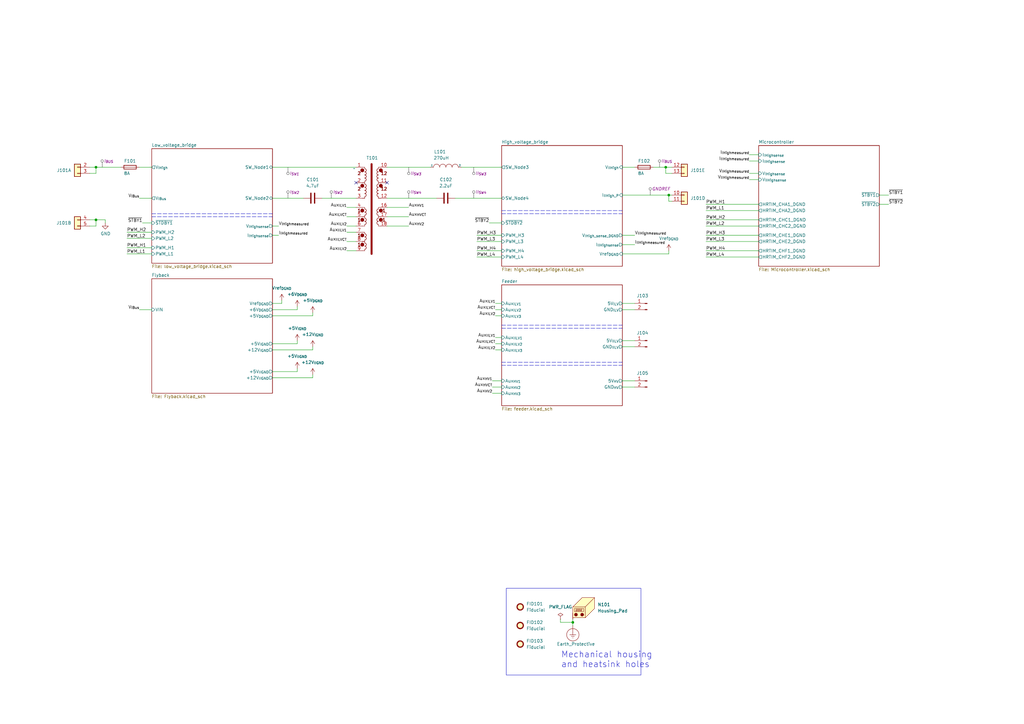
<source format=kicad_sch>
(kicad_sch (version 20231120) (generator "eeschema") (generator_version "8.0")
  (paper "A3")
  (title_block (title "Dual Active Bridge - 400W") (date "2024-02-06") (rev "A") (comment 1 "JAL") (comment 2 "JAL") (comment 3 "GARTHAUD") (comment 4 "PREL"))
  (lib_symbols
    (symbol "Connector:Conn_01x02_Male" (pin_names (offset 1.016) hide)
      (property "Reference" "J" (at 0 2.54 0))
      (property "Value" "Conn_01x02_Male" (at 0 -5.08 0))
      (symbol "Conn_01x02_Male_1_1"
        (polyline (pts (xy 1.27 -2.54) (xy 0.8636 -2.54)) (stroke (width 0.1524)))
        (polyline (pts (xy 1.27 0) (xy 0.8636 0)) (stroke (width 0.1524)))
        (rectangle (start 0.8636 -2.413) (end 0 -2.667) (stroke (width 0.1524)) (fill (type outline)))
        (rectangle (start 0.8636 0.127) (end 0 -0.127) (stroke (width 0.1524)) (fill (type outline)))
        (pin passive line (at 5.08 0 180) (length 3.81) (name "Pin_1") (number "1"))
        (pin passive line (at 5.08 -2.54 180) (length 3.81) (name "Pin_2") (number "2"))
      )
    )
    (symbol "Device:C" (pin_numbers hide) (pin_names (offset 0.254))
      (property "Reference" "C" (at 0.635 2.54 0))
      (property "Value" "C" (at 0.635 -2.54 0))
      (symbol "C_0_1"
        (polyline (pts (xy -2.032 -0.762) (xy 2.032 -0.762)) (stroke (width 0.508)))
        (polyline (pts (xy -2.032 0.762) (xy 2.032 0.762)) (stroke (width 0.508)))
      )
      (symbol "C_1_1"
        (pin passive line (at 0 3.81 270) (length 2.794) (name "~") (number "1"))
        (pin passive line (at 0 -3.81 90) (length 2.794) (name "~") (number "2"))
      )
    )
    (symbol "Device:Fuse" (pin_numbers hide) (pin_names (offset 0))
      (property "Reference" "F" (at 2.032 0 90))
      (property "Value" "Fuse" (at -1.905 0 90))
      (symbol "Fuse_0_1"
        (rectangle (start -0.762 -2.54) (end 0.762 2.54) (stroke (width 0.254)))
        (polyline (pts (xy 0 2.54) (xy 0 -2.54)))
      )
      (symbol "Fuse_1_1"
        (pin passive line (at 0 3.81 270) (length 1.27) (name "~") (number "1"))
        (pin passive line (at 0 -3.81 90) (length 1.27) (name "~") (number "2"))
      )
    )
    (symbol "Harting 15 contacts and WAGO_1" (pin_names (offset 1.016) hide)
      (property "Reference" "J101" (at 2.54 -1.27 0))
      (symbol "Harting 15 contacts and WAGO_1_1_1"
        (rectangle (start -1.27 -2.413) (end 0 -2.667) (stroke (width 0.1524)))
        (rectangle (start -1.27 0.127) (end 0 -0.127) (stroke (width 0.1524)))
        (rectangle (start -1.27 1.27) (end 1.27 -3.81) (stroke (width 0.254)) (fill (type background)))
        (pin passive line (at -5.08 0 0) (length 3.81) (name "Pin_1") (number "2"))
        (pin passive line (at -5.08 -2.54 0) (length 3.81) (name "Pin_2") (number "3"))
      )
      (symbol "Harting 15 contacts and WAGO_1_2_1"
        (rectangle (start -1.27 -2.413) (end 0 -2.667) (stroke (width 0.1524)))
        (rectangle (start -1.27 0.127) (end 0 -0.127) (stroke (width 0.1524)))
        (rectangle (start -1.27 1.27) (end 1.27 -3.81) (stroke (width 0.254)) (fill (type background)))
        (pin passive line (at -5.08 0 0) (length 3.81) (name "Pin_1") (number "4"))
        (pin passive line (at -5.08 -2.54 0) (length 3.81) (name "Pin_2") (number "5"))
      )
      (symbol "Harting 15 contacts and WAGO_1_3_1"
        (rectangle (start -1.27 -7.493) (end 0 -7.747) (stroke (width 0.1524)))
        (rectangle (start -1.27 -4.953) (end 0 -5.207) (stroke (width 0.1524)))
        (rectangle (start -1.27 -2.413) (end 0 -2.667) (stroke (width 0.1524)))
        (rectangle (start -1.27 0.127) (end 0 -0.127) (stroke (width 0.1524)))
        (rectangle (start -1.27 1.27) (end 1.27 -8.89) (stroke (width 0.254)) (fill (type background)))
        (pin passive line (at -5.08 -7.62 0) (length 3.81) (name "Pin_4") (number "14"))
        (pin passive line (at -5.08 0 0) (length 3.81) (name "Pin_1") (number "6"))
        (pin passive line (at -5.08 -2.54 0) (length 3.81) (name "Pin_2") (number "7"))
        (pin passive line (at -5.08 -5.08 0) (length 3.81) (name "Pin_3") (number "8"))
      )
      (symbol "Harting 15 contacts and WAGO_1_4_1"
        (rectangle (start -1.27 -2.413) (end 0 -2.667) (stroke (width 0.1524)))
        (rectangle (start -1.27 0.127) (end 0 -0.127) (stroke (width 0.1524)))
        (rectangle (start -1.27 1.27) (end 1.27 -3.81) (stroke (width 0.254)) (fill (type background)))
        (pin passive line (at -5.08 0 0) (length 3.81) (name "Pin_1") (number "10"))
        (pin passive line (at -5.08 -2.54 0) (length 3.81) (name "Pin_2") (number "11"))
      )
      (symbol "Harting 15 contacts and WAGO_1_5_1"
        (rectangle (start -1.27 -2.413) (end 0 -2.667) (stroke (width 0.1524)))
        (rectangle (start -1.27 0.127) (end 0 -0.127) (stroke (width 0.1524)))
        (rectangle (start -1.27 1.27) (end 1.27 -3.81) (stroke (width 0.254)) (fill (type background)))
        (pin passive line (at -5.08 0 0) (length 3.81) (name "Pin_1") (number "12"))
        (pin passive line (at -5.08 -2.54 0) (length 3.81) (name "Pin_2") (number "13"))
      )
      (symbol "Harting 15 contacts and WAGO_1_6_1"
        (rectangle (start -1.27 0.127) (end 0 -0.127) (stroke (width 0.1524)))
        (rectangle (start -1.27 1.27) (end 1.27 -1.27) (stroke (width 0.254)) (fill (type background)))
        (pin passive line (at -5.08 0 0) (length 3.81) (name "Pin_1") (number "1"))
      )
      (symbol "Harting 15 contacts and WAGO_1_7_1"
        (rectangle (start -1.27 0.127) (end 0 -0.127) (stroke (width 0.1524)))
        (rectangle (start -1.27 1.27) (end 1.27 -1.27) (stroke (width 0.254)) (fill (type background)))
        (pin passive line (at -5.08 0 0) (length 3.81) (name "Pin_1") (number "9"))
      )
      (symbol "Harting 15 contacts and WAGO_1_8_1"
        (rectangle (start -1.27 0.127) (end 0 -0.127) (stroke (width 0.1524)))
        (rectangle (start -1.27 1.27) (end 1.27 -1.27) (stroke (width 0.254)) (fill (type background)))
        (pin passive line (at -5.08 0 0) (length 3.81) (name "Pin_1") (number "15"))
      )
    )
    (symbol "Mechanical:Fiducial"
      (property "Reference" "FID" (at 0 5.08 0))
      (property "Value" "Fiducial" (at 0 3.175 0))
      (symbol "Fiducial_0_1"
        (circle (center 0 0) (radius 1.27) (stroke (width 0.508)) (fill (type background)))
      )
    )
    (symbol "Mechanical:Housing_Pad" (pin_numbers hide) (pin_names (offset 1.016) hide)
      (property "Reference" "N" (at 4.445 0 0))
      (property "Value" "Housing_Pad" (at 4.445 -1.905 0))
      (symbol "Housing_Pad_0_1"
        (rectangle (start -4.445 -0.635) (end -0.635 -1.905))
        (circle (center -3.81 -3.175) (radius 0.635) (fill (type outline)))
        (circle (center -1.27 -3.175) (radius 0.635) (fill (type outline)))
        (polyline (pts (xy -3.8862 -1.5748) (xy -3.8354 -1.3716)))
        (polyline (pts (xy -3.7846 -1.6764) (xy -3.429 -1.6764)))
        (polyline (pts (xy -3.7846 -1.2192) (xy -3.7338 -0.9652)))
        (polyline (pts (xy -3.683 -1.3208) (xy -3.3782 -1.3208)))
        (polyline (pts (xy -3.5814 -0.9144) (xy -3.2766 -0.9144)))
        (polyline (pts (xy -3.2766 -1.6256) (xy -3.2258 -1.3716)))
        (polyline (pts (xy -3.175 -1.2192) (xy -3.1242 -0.9652)))
        (polyline (pts (xy -2.9718 -1.5748) (xy -2.921 -1.3716)))
        (polyline (pts (xy -2.8702 -1.6764) (xy -2.5146 -1.6764)))
        (polyline (pts (xy -2.8702 -1.2192) (xy -2.8194 -0.9652)))
        (polyline (pts (xy -2.7686 -1.3208) (xy -2.4638 -1.3208)))
        (polyline (pts (xy -2.667 -0.9144) (xy -2.3622 -0.9144)))
        (polyline (pts (xy -2.3622 -1.6256) (xy -2.3114 -1.3716)))
        (polyline (pts (xy -2.2606 -1.2192) (xy -2.2098 -0.9652)))
        (polyline (pts (xy -2.0574 -1.5748) (xy -2.0066 -1.3716)))
        (polyline (pts (xy -1.9558 -1.6764) (xy -1.6002 -1.6764)))
        (polyline (pts (xy -1.9558 -1.2192) (xy -1.905 -0.9652)))
        (polyline (pts (xy -1.8542 -1.3208) (xy -1.5494 -1.3208)))
        (polyline (pts (xy -1.7526 -0.9144) (xy -1.4478 -0.9144)))
        (polyline (pts (xy -1.4478 -1.6256) (xy -1.397 -1.3716)))
        (polyline (pts (xy -1.3462 -1.2192) (xy -1.2954 -0.9652)))
        (polyline (pts (xy 0 0) (xy 0 -4.445)))
        (polyline (pts (xy -5.08 0) (xy 0 0) (xy 3.81 3.81)))
        (polyline (pts (xy -5.08 0) (xy -5.08 -4.445) (xy 0 -4.445) (xy 3.81 -0.635) (xy 3.81 3.81) (xy -1.27 3.81) (xy -5.08 0)) (fill (type background)))
      )
      (symbol "Housing_Pad_1_1"
        (pin input line (at -5.08 -5.08 90) (length 2.54) (name "PAD") (number "1"))
      )
    )
    (symbol "Symbols:+12V_PGND" (power) (in_bom no) (on_board no)
      (property "Value" "+12V_PGND" (at -0.127 3.81 0))
      (symbol "+12V_PGND_0_1"
        (polyline (pts (xy -0.762 1.27) (xy 0 2.54)))
        (polyline (pts (xy 0 0) (xy 0 2.54)))
        (polyline (pts (xy 0 2.54) (xy 0.762 1.27)))
      )
      (symbol "+12V_PGND_1_1"
        (pin power_in line (at 0 0 90) (length 0) hide (name "+12V_PGND") (number "1"))
      )
    )
    (symbol "Symbols:E43PlanarTransformer"
      (property "Reference" "T" (at -0.762 -0.508 0))
      (symbol "E43PlanarTransformer_0_0"
        (text "2" (at 1.27 -2.54 0) (effects (font (size 1.27 1.27) (bold yes))))
      )
      (symbol "E43PlanarTransformer_0_1"
        (polyline (pts (xy 6.35 -35.56) (xy 6.35 1.27)) (stroke (width 0.7874)))
      )
      (symbol "E43PlanarTransformer_1_1"
        (polyline (pts (xy 3.5527 -33.655) (xy 3.5527 -34.29) (xy 2.5367 -34.29)))
        (polyline (pts (xy 3.5527 -31.115) (xy 3.5527 -30.48) (xy 2.5367 -30.48)))
        (polyline (pts (xy 3.5527 -29.845) (xy 3.5527 -30.48) (xy 2.5367 -30.48)))
        (polyline (pts (xy 3.5527 -27.305) (xy 3.5527 -26.67) (xy 2.5367 -26.67)))
        (polyline (pts (xy 3.5527 -23.495) (xy 3.5527 -24.13) (xy 2.5367 -24.13)))
        (polyline (pts (xy 3.5527 -20.955) (xy 3.5527 -20.32) (xy 2.5367 -20.32)))
        (polyline (pts (xy 3.5527 -19.685) (xy 3.5527 -20.32) (xy 2.5367 -20.32)))
        (polyline (pts (xy 3.5527 -17.145) (xy 3.5527 -16.51) (xy 2.5367 -16.51)))
        (polyline (pts (xy 3.5527 -6.985) (xy 3.5527 -6.35) (xy 2.5367 -6.35)))
        (polyline (pts (xy 9.144 -23.495) (xy 9.144 -24.13) (xy 10.16 -24.13)))
        (polyline (pts (xy 9.144 -20.955) (xy 9.144 -20.32) (xy 10.16 -20.32)))
        (polyline (pts (xy 9.144 -19.685) (xy 9.144 -20.32) (xy 10.16 -20.32)))
        (polyline (pts (xy 9.144 -17.145) (xy 9.144 -16.51) (xy 10.16 -16.51)))
        (polyline (pts (xy 9.144 -6.985) (xy 9.144 -6.35) (xy 10.16 -6.35)))
        (polyline (pts (xy 3.5527 -12.446) (xy 3.5527 -12.7) (xy 2.5367 -12.7) (xy 2.5367 -12.7)))
        (polyline (pts (xy 3.5527 -12.065) (xy 3.5527 -12.7) (xy 2.5367 -12.7) (xy 2.5367 -12.7)))
        (polyline (pts (xy 3.5527 -5.715) (xy 3.5527 -6.35) (xy 2.5367 -6.35) (xy 2.5367 -6.35)))
        (polyline (pts (xy 3.5527 -0.635) (xy 3.5527 0) (xy 2.5367 0) (xy 2.5367 0)))
        (polyline (pts (xy 9.144 -12.446) (xy 9.144 -12.7) (xy 10.16 -12.7) (xy 10.16 -12.7)))
        (polyline (pts (xy 9.144 -12.065) (xy 9.144 -12.7) (xy 10.16 -12.7) (xy 10.16 -12.7)))
        (polyline (pts (xy 9.144 -5.715) (xy 9.144 -6.35) (xy 10.16 -6.35) (xy 10.16 -6.35)))
        (polyline (pts (xy 9.144 -0.635) (xy 9.144 0) (xy 10.16 0) (xy 10.16 0)))
        (circle (center 2.54 -31.75) (radius 0.0001) (stroke (width 0.7874)))
        (circle (center 2.54 -27.94) (radius 0.0001) (stroke (width 0.7874)))
        (circle (center 2.54 -21.59) (radius 0.0001) (stroke (width 0.7874)))
        (circle (center 2.54 -17.78) (radius 0.0001) (stroke (width 0.7874)))
        (circle (center 2.54 -7.62) (radius 0.0001) (stroke (width 0.7874)))
        (circle (center 2.54 -1.27) (radius 0.0001) (stroke (width 0.7874)))
        (arc (start 3.5736 -33.6551) (mid 4.1776 -33.0217) (end 3.5769 -32.3851) (stroke (width 0.2032)))
        (arc (start 3.5736 -32.3851) (mid 4.1824 -31.7517) (end 3.5769 -31.1151) (stroke (width 0.2032)))
        (arc (start 3.5736 -29.8451) (mid 4.1776 -29.2117) (end 3.5769 -28.5751) (stroke (width 0.2032)))
        (arc (start 3.5736 -28.5751) (mid 4.1824 -27.9417) (end 3.5769 -27.3051) (stroke (width 0.2032)))
        (arc (start 3.5736 -23.4951) (mid 4.1776 -22.8617) (end 3.5769 -22.2251) (stroke (width 0.2032)))
        (arc (start 3.5736 -22.2251) (mid 4.1824 -21.5917) (end 3.5769 -20.9551) (stroke (width 0.2032)))
        (arc (start 3.5736 -19.6851) (mid 4.1776 -19.0517) (end 3.5769 -18.4151) (stroke (width 0.2032)))
        (arc (start 3.5736 -18.4151) (mid 4.1824 -17.7817) (end 3.5769 -17.1451) (stroke (width 0.2032)))
        (arc (start 3.5736 -12.0651) (mid 4.1453 -11.4317) (end 3.5769 -10.7951) (stroke (width 0.2032)))
        (arc (start 3.5736 -10.7951) (mid 4.1881 -10.1617) (end 3.5769 -9.5251) (stroke (width 0.2032)))
        (arc (start 3.5736 -9.5251) (mid 4.1776 -8.8917) (end 3.5769 -8.2551) (stroke (width 0.2032)))
        (arc (start 3.5736 -8.2551) (mid 4.1824 -7.6217) (end 3.5769 -6.9851) (stroke (width 0.2032)))
        (arc (start 3.5736 -5.7151) (mid 4.1453 -5.0817) (end 3.5769 -4.4451) (stroke (width 0.2032)))
        (arc (start 3.5736 -4.4451) (mid 4.1881 -3.8117) (end 3.5769 -3.1751) (stroke (width 0.2032)))
        (arc (start 3.5736 -3.1751) (mid 4.1776 -2.5417) (end 3.5769 -1.9051) (stroke (width 0.2032)))
        (arc (start 3.5736 -1.9051) (mid 4.1824 -1.2717) (end 3.5769 -0.6351) (stroke (width 0.2032)))
        (arc (start 9.1198 -22.2251) (mid 8.5191 -22.8617) (end 9.1231 -23.4951) (stroke (width 0.2032)))
        (arc (start 9.1198 -20.9551) (mid 8.5144 -21.5917) (end 9.1231 -22.2251) (stroke (width 0.2032)))
        (arc (start 9.1198 -18.4151) (mid 8.5191 -19.0517) (end 9.1231 -19.6851) (stroke (width 0.2032)))
        (arc (start 9.1198 -17.1451) (mid 8.5144 -17.7817) (end 9.1231 -18.4151) (stroke (width 0.2032)))
        (arc (start 9.1198 -10.7951) (mid 8.5512 -11.4317) (end 9.1231 -12.0651) (stroke (width 0.2032)))
        (arc (start 9.1198 -9.5251) (mid 8.5086 -10.1617) (end 9.1231 -10.7951) (stroke (width 0.2032)))
        (arc (start 9.1198 -8.2551) (mid 8.5191 -8.8917) (end 9.1231 -9.5251) (stroke (width 0.2032)))
        (arc (start 9.1198 -6.9851) (mid 8.5144 -7.6217) (end 9.1231 -8.2551) (stroke (width 0.2032)))
        (arc (start 9.1198 -4.4451) (mid 8.5506 -5.0816) (end 9.1231 -5.7151) (stroke (width 0.2032)))
        (arc (start 9.1198 -3.1751) (mid 8.5086 -3.8117) (end 9.1231 -4.4451) (stroke (width 0.2032)))
        (arc (start 9.1198 -1.9051) (mid 8.5194 -2.5417) (end 9.1231 -3.1751) (stroke (width 0.2032)))
        (arc (start 9.1198 -0.6351) (mid 8.5135 -1.2717) (end 9.1231 -1.9051) (stroke (width 0.2032)))
        (circle (center 10.1567 -21.59) (radius 0.0001) (stroke (width 0.7874)))
        (circle (center 10.1567 -17.78) (radius 0.0001) (stroke (width 0.7874)))
        (circle (center 10.1567 -7.62) (radius 0.0001) (stroke (width 0.7874)))
        (circle (center 10.1567 -1.27) (radius 0.0001) (stroke (width 0.7874)))
        (text "1" (at 1.27 -31.75 0) (effects (font (size 1.27 1.27) (bold yes))))
        (text "1" (at 1.27 -27.94 0) (effects (font (size 1.27 1.27) (bold yes))))
        (text "1" (at 1.27 -21.59 0) (effects (font (size 1.27 1.27) (bold yes))))
        (text "1" (at 1.27 -17.78 0) (effects (font (size 1.27 1.27) (bold yes))))
        (text "1" (at 11.43 -21.59 0) (effects (font (size 1.27 1.27) (bold yes))))
        (text "1" (at 11.43 -17.78 0) (effects (font (size 1.27 1.27) (bold yes))))
        (text "12" (at 11.43 -8.89 0) (effects (font (size 1.27 1.27) (bold yes))))
        (text "12" (at 11.43 -2.54 0) (effects (font (size 1.27 1.27) (bold yes))))
        (text "2" (at 1.27 -8.89 0) (effects (font (size 1.27 1.27) (bold yes))))
        (pin passive line (at 0 0 0) (length 2.54) (name "~") (number "1"))
        (pin passive line (at 12.7 0 180) (length 2.54) (name "~") (number "10"))
        (pin passive line (at 12.7 -6.35 180) (length 2.54) (name "~") (number "11"))
        (pin passive line (at 12.7 -12.7 180) (length 2.54) (name "~") (number "12"))
        (pin passive line (at 12.7 -16.51 180) (length 2.54) (name "~") (number "16"))
        (pin passive line (at 12.7 -20.32 180) (length 2.54) (name "~") (number "17"))
        (pin passive line (at 12.7 -24.13 180) (length 2.54) (name "~") (number "18"))
        (pin passive line (at 0 -6.35 0) (length 2.54) (name "~") (number "2"))
        (pin passive line (at 0 -12.7 0) (length 2.54) (name "~") (number "3"))
        (pin passive line (at 0 -16.51 0) (length 2.54) (name "~") (number "4"))
        (pin passive line (at 0 -20.32 0) (length 2.54) (name "~") (number "5"))
        (pin passive line (at 0 -24.13 0) (length 2.54) (name "~") (number "6"))
        (pin passive line (at 0 -26.67 0) (length 2.54) (name "~") (number "7"))
        (pin passive line (at 0 -30.48 0) (length 2.54) (name "~") (number "8"))
        (pin passive line (at 0 -34.29 0) (length 2.54) (name "~") (number "9"))
      )
    )
    (symbol "power:Earth_Protective" (power) (pin_names (offset 0))
      (symbol "Earth_Protective_0_1"
        (circle (center 0 -3.81) (radius 2.54))
        (polyline (pts (xy -0.635 -4.445) (xy 0.635 -4.445)))
        (polyline (pts (xy -0.127 -5.08) (xy 0.127 -5.08)))
        (polyline (pts (xy 0 -3.81) (xy 0 0)))
        (polyline (pts (xy 1.27 -3.81) (xy -1.27 -3.81)))
      )
      (symbol "Earth_Protective_1_1"
        (pin power_in line (at 0 0 270) (length 0) hide (name "Earth_Protective") (number "1"))
      )
    )
    (symbol "power:GND" (power) (pin_names (offset 0))
      (property "Value" "GND" (at 0 -3.81 0))
      (symbol "GND_0_1"
        (polyline (pts (xy 0 0) (xy 0 -1.27) (xy 1.27 -1.27) (xy 0 -2.54) (xy -1.27 -1.27) (xy 0 -1.27)))
      )
      (symbol "GND_1_1"
        (pin power_in line (at 0 0 270) (length 0) hide (name "GND") (number "1"))
      )
    )
    (symbol "power:PWR_FLAG" (power) (pin_numbers hide) (pin_names (offset 0) hide)
      (property "Value" "PWR_FLAG" (at 0 3.81 0))
      (symbol "PWR_FLAG_0_0"
        (pin power_out line (at 0 0 90) (length 0) (name "~") (number "1"))
      )
      (symbol "PWR_FLAG_0_1"
        (polyline (pts (xy 0 0) (xy 0 1.27) (xy -1.016 1.905) (xy 0 2.54) (xy 1.016 1.905) (xy 0 1.27)))
      )
    )
    (symbol "pspice:INDUCTOR" (pin_numbers hide) (pin_names (offset 0))
      (property "Reference" "L" (at 0 2.54 0))
      (property "Value" "pspice_INDUCTOR" (at 0 -1.27 0))
      (symbol "INDUCTOR_0_1"
        (arc (start -2.54 0) (mid -3.81 1.2645) (end -5.08 0))
        (arc (start 0 0) (mid -1.27 1.2645) (end -2.54 0))
        (arc (start 2.54 0) (mid 1.27 1.2645) (end 0 0))
        (arc (start 5.08 0) (mid 3.81 1.2645) (end 2.54 0))
      )
      (symbol "INDUCTOR_1_1"
        (pin input line (at -6.35 0 0) (length 1.27) (name "1") (number "1"))
        (pin input line (at 6.35 0 180) (length 1.27) (name "2") (number "2"))
      )
    )
  )
  (junction (at 39.37 90.17))
  (junction (at 39.37 68.58))
  (junction (at 274.32 80.01))
  (junction (at 273.05 68.58))
  (junction (at 234.95 255.27))
  (no_connect (at 146.05 74.93))
  (no_connect (at 158.75 74.93))
  (wire (pts (xy 195.58 99.06) (xy 205.74 99.06)))
  (wire (pts (xy 52.07 101.6) (xy 62.23 101.6)))
  (wire (pts (xy 267.97 68.58) (xy 273.05 68.58)) (stroke (width 0.1524)))
  (wire (pts (xy 255.27 68.58) (xy 260.35 68.58)) (stroke (width 0.1524)))
  (wire (pts (xy 186.69 81.28) (xy 205.74 81.28)) (stroke (width 0.1524)))
  (wire (pts (xy 43.18 90.17) (xy 39.37 90.17)) (stroke (width 0.1524)))
  (wire (pts (xy 111.76 92.71) (xy 114.3 92.71)))
  (polyline (pts (xy 205.74 133.35) (xy 255.27 133.35)) (stroke (width 0) (type dash)))
  (wire (pts (xy 52.07 95.25) (xy 62.23 95.25)))
  (wire (pts (xy 255.27 124.46) (xy 260.35 124.46)))
  (wire (pts (xy 203.2 129.54) (xy 205.74 129.54)))
  (wire (pts (xy 289.56 86.36) (xy 311.15 86.36)))
  (wire (pts (xy 43.18 91.44) (xy 43.18 90.17)) (stroke (width 0.1524)))
  (wire (pts (xy 229.87 254) (xy 229.87 255.27)))
  (wire (pts (xy 115.57 124.46) (xy 111.76 124.46)))
  (wire (pts (xy 234.95 256.54) (xy 234.95 255.27)))
  (wire (pts (xy 195.58 96.52) (xy 205.74 96.52)))
  (wire (pts (xy 142.24 102.87) (xy 146.05 102.87)))
  (wire (pts (xy 307.34 73.66) (xy 311.15 73.66)))
  (wire (pts (xy 289.56 99.06) (xy 311.15 99.06)))
  (wire (pts (xy 289.56 83.82) (xy 311.15 83.82)))
  (wire (pts (xy 128.27 143.51) (xy 111.76 143.51)))
  (wire (pts (xy 255.27 96.52) (xy 260.35 96.52)))
  (wire (pts (xy 255.27 80.01) (xy 274.32 80.01)) (stroke (width 0.1524)))
  (wire (pts (xy 128.27 129.54) (xy 111.76 129.54)))
  (wire (pts (xy 307.34 71.12) (xy 311.15 71.12)))
  (wire (pts (xy 158.75 68.58) (xy 176.53 68.58)) (stroke (width 0.1524)))
  (wire (pts (xy 275.59 82.55) (xy 274.32 82.55)) (stroke (width 0.1524)))
  (wire (pts (xy 255.27 104.14) (xy 274.32 104.14)))
  (wire (pts (xy 255.27 127) (xy 260.35 127)))
  (wire (pts (xy 201.93 158.75) (xy 205.74 158.75)))
  (wire (pts (xy 158.75 85.09) (xy 167.64 85.09)))
  (wire (pts (xy 200.66 91.44) (xy 205.74 91.44)))
  (wire (pts (xy 234.95 255.27) (xy 234.95 254)))
  (wire (pts (xy 158.75 92.71) (xy 167.64 92.71)))
  (wire (pts (xy 289.56 92.71) (xy 311.15 92.71)))
  (wire (pts (xy 360.68 83.82) (xy 364.49 83.82)))
  (wire (pts (xy 111.76 140.97) (xy 121.92 140.97)))
  (polyline (pts (xy 62.23 88.9) (xy 111.76 88.9)) (stroke (width 0) (type dash)))
  (wire (pts (xy 39.37 92.71) (xy 39.37 90.17)) (stroke (width 0.1524)))
  (wire (pts (xy 274.32 82.55) (xy 274.32 80.01)) (stroke (width 0.1524)))
  (wire (pts (xy 275.59 71.12) (xy 273.05 71.12)) (stroke (width 0.1524)))
  (wire (pts (xy 121.92 139.7) (xy 121.92 140.97)))
  (wire (pts (xy 57.15 68.58) (xy 62.23 68.58)) (stroke (width 0.1524)))
  (wire (pts (xy 128.27 153.67) (xy 128.27 154.94)))
  (polyline (pts (xy 205.74 148.59) (xy 255.27 148.59)) (stroke (width 0) (type dash)))
  (wire (pts (xy 57.15 127) (xy 62.23 127)))
  (wire (pts (xy 39.37 68.58) (xy 49.53 68.58)) (stroke (width 0.1524)))
  (polyline (pts (xy 205.74 87.63) (xy 255.27 87.63)) (stroke (width 0) (type dash)))
  (wire (pts (xy 142.24 99.06) (xy 146.05 99.06)))
  (wire (pts (xy 132.08 81.28) (xy 146.05 81.28)) (stroke (width 0.1524)))
  (wire (pts (xy 255.27 142.24) (xy 260.35 142.24)))
  (wire (pts (xy 195.58 102.87) (xy 205.74 102.87)))
  (wire (pts (xy 203.2 127) (xy 205.74 127)))
  (wire (pts (xy 307.34 63.5) (xy 311.15 63.5)))
  (wire (pts (xy 39.37 90.17) (xy 36.83 90.17)) (stroke (width 0.1524)))
  (wire (pts (xy 189.23 68.58) (xy 205.74 68.58)) (stroke (width 0.1524)))
  (wire (pts (xy 203.2 124.46) (xy 205.74 124.46)))
  (wire (pts (xy 52.07 97.79) (xy 62.23 97.79)))
  (wire (pts (xy 111.76 96.52) (xy 114.3 96.52)))
  (wire (pts (xy 360.68 80.01) (xy 364.49 80.01)))
  (wire (pts (xy 255.27 158.75) (xy 260.35 158.75)))
  (wire (pts (xy 255.27 139.7) (xy 260.35 139.7)))
  (wire (pts (xy 289.56 105.41) (xy 311.15 105.41)))
  (wire (pts (xy 289.56 90.17) (xy 311.15 90.17)))
  (wire (pts (xy 203.2 138.43) (xy 205.74 138.43)))
  (wire (pts (xy 255.27 100.33) (xy 260.35 100.33)))
  (wire (pts (xy 273.05 68.58) (xy 275.59 68.58)) (stroke (width 0.1524)))
  (wire (pts (xy 203.2 143.51) (xy 205.74 143.51)))
  (wire (pts (xy 274.32 102.87) (xy 274.32 104.14)))
  (wire (pts (xy 273.05 71.12) (xy 273.05 68.58)) (stroke (width 0.1524)))
  (wire (pts (xy 307.34 66.04) (xy 311.15 66.04)))
  (wire (pts (xy 121.92 151.13) (xy 121.92 152.4)))
  (wire (pts (xy 255.27 156.21) (xy 260.35 156.21)))
  (wire (pts (xy 111.76 152.4) (xy 121.92 152.4)))
  (wire (pts (xy 201.93 156.21) (xy 205.74 156.21)))
  (wire (pts (xy 57.15 81.28) (xy 62.23 81.28)))
  (wire (pts (xy 36.83 71.12) (xy 39.37 71.12)) (stroke (width 0.1524)))
  (wire (pts (xy 229.87 255.27) (xy 234.95 255.27)))
  (wire (pts (xy 201.93 161.29) (xy 205.74 161.29)))
  (wire (pts (xy 289.56 96.52) (xy 311.15 96.52)))
  (polyline (pts (xy 205.74 86.36) (xy 255.27 86.36)) (stroke (width 0) (type dash)))
  (polyline (pts (xy 62.23 87.63) (xy 111.76 87.63)) (stroke (width 0) (type dash)))
  (wire (pts (xy 274.32 80.01) (xy 275.59 80.01)) (stroke (width 0.1524)))
  (wire (pts (xy 58.42 91.44) (xy 62.23 91.44)))
  (wire (pts (xy 128.27 154.94) (xy 111.76 154.94)))
  (wire (pts (xy 203.2 140.97) (xy 205.74 140.97)))
  (wire (pts (xy 121.92 125.73) (xy 121.92 127)))
  (polyline (pts (xy 205.74 149.86) (xy 255.27 149.86)) (stroke (width 0) (type dash)))
  (wire (pts (xy 142.24 88.9) (xy 146.05 88.9)))
  (wire (pts (xy 39.37 68.58) (xy 39.37 71.12)) (stroke (width 0.1524)))
  (wire (pts (xy 111.76 68.58) (xy 146.05 68.58)) (stroke (width 0.1524)))
  (wire (pts (xy 142.24 95.25) (xy 146.05 95.25)))
  (wire (pts (xy 52.07 104.14) (xy 62.23 104.14)))
  (wire (pts (xy 142.24 85.09) (xy 146.05 85.09)))
  (wire (pts (xy 111.76 81.28) (xy 124.46 81.28)) (stroke (width 0.1524)))
  (wire (pts (xy 128.27 142.24) (xy 128.27 143.51)))
  (wire (pts (xy 158.75 88.9) (xy 167.64 88.9)))
  (wire (pts (xy 121.92 127) (xy 111.76 127)))
  (wire (pts (xy 36.83 92.71) (xy 39.37 92.71)) (stroke (width 0.1524)))
  (wire (pts (xy 36.83 68.58) (xy 39.37 68.58)) (stroke (width 0.1524)))
  (wire (pts (xy 128.27 128.27) (xy 128.27 129.54)))
  (polyline (pts (xy 205.74 134.62) (xy 255.27 134.62)) (stroke (width 0) (type dash)))
  (wire (pts (xy 195.58 105.41) (xy 205.74 105.41)))
  (wire (pts (xy 142.24 92.71) (xy 146.05 92.71)))
  (wire (pts (xy 115.57 123.19) (xy 115.57 124.46)))
  (wire (pts (xy 289.56 102.87) (xy 311.15 102.87)))
  (wire (pts (xy 158.75 81.28) (xy 179.07 81.28)) (stroke (width 0.1524)))
  (rectangle (start 207.645 241.3) (end 262.89 276.86))
  (text "Mechanical housing \nand heatsink holes" (at 230.124 274.066 0) (effects (font (size 2.5 2.5)) (justify left bottom)))
  (label "I_{IHighmeasured}" (at 307.34 63.5 180))
  (label "PWM_L3" (at 289.56 99.06 0))
  (label "Aux_{HV2}" (at 201.93 161.29 180))
  (label "I_{IIHighmeasured}" (at 307.34 66.04 180))
  (label "~{STBY1}" (at 58.42 91.44 180))
  (label "PWM_L4" (at 195.58 105.41 0))
  (label "PWM_H1" (at 289.56 83.82 0))
  (label "PWM_L3" (at 195.58 99.06 0))
  (label "I_{IHighmeasured}" (at 114.3 96.52 0))
  (label "PWM_H4" (at 195.58 102.87 0))
  (label "Aux_{ILV1}" (at 203.2 124.46 180))
  (label "Aux_{IILV2}" (at 142.24 102.87 180))
  (label "V_{IIHighmeasured}" (at 260.35 96.52 0))
  (label "V_{IHighmeasured}" (at 307.34 71.12 180))
  (label "Aux_{IILV2}" (at 203.2 143.51 180))
  (label "PWM_H3" (at 195.58 96.52 0))
  (label "Aux_{IILV1}" (at 142.24 95.25 180))
  (label "PWM_H2" (at 52.07 95.25 0))
  (label "Aux_{ILVCT}" (at 203.2 127 180))
  (label "~{STBY1}" (at 364.49 80.01 0))
  (label "Aux_{ILV2}" (at 203.2 129.54 180))
  (label "Aux_{HVCT}" (at 201.93 158.75 180))
  (label "Aux_{HVCT}" (at 167.64 88.9 0))
  (label "PWM_L4" (at 289.56 105.41 0))
  (label "~{STBY2}" (at 200.66 91.44 180))
  (label "PWM_H2" (at 289.56 90.17 0))
  (label "PWM_H4" (at 289.56 102.87 0))
  (label "PWM_L2" (at 289.56 92.71 0))
  (label "PWM_H1" (at 52.07 101.6 0))
  (label "V_{IHighmeasured}" (at 114.3 92.71 0))
  (label "~{STBY2}" (at 364.49 83.82 0))
  (label "Aux_{IILVCT}" (at 203.2 140.97 180))
  (label "PWM_L2" (at 52.07 97.79 0))
  (label "Aux_{HV1}" (at 167.64 85.09 0))
  (label "Aux_{HV1}" (at 201.93 156.21 180))
  (label "Aux_{HV2}" (at 167.64 92.71 0))
  (label "PWM_L1" (at 52.07 104.14 0))
  (label "Aux_{ILV2}" (at 142.24 92.71 180))
  (label "Aux_{IILV1}" (at 203.2 138.43 180))
  (label "V_{IBus}" (at 57.15 127 180))
  (label "PWM_H3" (at 289.56 96.52 0))
  (label "Aux_{ILVCT}" (at 142.24 88.9 180))
  (label "V_{IIHighmeasured}" (at 307.34 73.66 180))
  (label "PWM_L1" (at 289.56 86.36 0))
  (label "Aux_{ILV1}" (at 142.24 85.09 180))
  (label "V_{IBus}" (at 57.15 81.28 180))
  (label "I_{IIHighmeasured}" (at 260.35 100.33 0))
  (label "Aux_{IILVCT}" (at 142.24 99.06 180))
  (netclass_flag "" (length 2.54) (shape round) (at 266.7 80.01 0) (property "Netclass" "GNDREF" (at 267.3985 77.47 0) (effects (font (italic yes)) (justify left))))
  (netclass_flag "" (length 2.54) (shape round) (at 167.64 81.28 0) (property "Netclass" "II_{SW4}" (at 168.3385 78.74 0) (effects (font (italic yes)) (justify left))))
  (netclass_flag "" (length 2.54) (shape round) (at 118.11 68.58 180) (property "Netclass" "I_{SW1}" (at 118.8085 71.12 0) (effects (font (italic yes)) (justify left))))
  (netclass_flag "" (length 2.54) (shape round) (at 270.51 68.58 0) (property "Netclass" "II_{BUS}" (at 271.2085 66.04 0) (effects (font (italic yes)) (justify left))))
  (netclass_flag "" (length 2.54) (shape round) (at 194.31 68.58 180) (property "Netclass" "II_{SW3}" (at 195.0085 71.12 0) (effects (font (italic yes)) (justify left))))
  (netclass_flag "" (length 2.54) (shape round) (at 41.91 68.58 0) (property "Netclass" "I_{BUS}" (at 42.6085 66.04 0) (effects (font (italic yes)) (justify left))))
  (netclass_flag "" (length 2.54) (shape round) (at 167.64 68.58 180) (property "Netclass" "II_{SW3}" (at 168.3385 71.12 0) (effects (font (italic yes)) (justify left))))
  (netclass_flag "" (length 2.54) (shape round) (at 194.31 81.28 0) (property "Netclass" "II_{SW4}" (at 195.0085 78.74 0) (effects (font (italic yes)) (justify left))))
  (netclass_flag "" (length 2.54) (shape round) (at 135.89 81.28 0) (property "Netclass" "I_{SW2}" (at 136.5885 78.74 0) (effects (font (italic yes)) (justify left))))
  (netclass_flag "" (length 2.54) (shape round) (at 118.11 81.28 0) (property "Netclass" "I_{SW2}" (at 118.8085 78.74 0) (effects (font (italic yes)) (justify left))))
  (symbol (lib_id "Connector:Conn_01x02_Male") (at 265.43 156.21 0) (mirror y) (unit 1)
    (property "Reference" "J105" (at 263.525 153.035 0))
    (property "Value" "B2B-EH-A(LF)(SN)" (effects (hide yes)))
    (property "Footprint" "Connector_JST:JST_EH_B2B-EH-A_1x02_P2.50mm_Vertical" (effects (hide yes)))
    (property "manf#" "B2B-EH-A(LF)(SN)" (effects (hide yes)))
    (property "Functional Block" "Feeder" (effects (hide yes)))
    (property "Subfunction" "External supply" (effects (hide yes)))
  )
  (symbol (lib_id "Symbols:+12V_PGND") (at 274.32 102.87 0) (unit 1) (in_bom no) (on_board no)
    (property "Reference" "#PWR0116" (effects (hide yes)))
    (property "Value" "Vref_{DGND}" (at 274.32 97.79 0))
  )
  (symbol (lib_id "Connector:Conn_01x02_Male") (at 265.43 124.46 0) (mirror y) (unit 1)
    (property "Reference" "J103" (at 263.525 121.285 0))
    (property "Value" "B2B-EH-A(LF)(SN)" (effects (hide yes)))
    (property "Footprint" "Connector_JST:JST_EH_B2B-EH-A_1x02_P2.50mm_Vertical" (effects (hide yes)))
    (property "manf#" "B2B-EH-A(LF)(SN)" (effects (hide yes)))
    (property "Functional Block" "Feeder" (effects (hide yes)))
    (property "Subfunction" "External supply" (effects (hide yes)))
  )
  (symbol (lib_id "Symbols:+12V_PGND") (at 121.92 125.73 0) (unit 1) (in_bom no) (on_board no)
    (property "Reference" "#PWR0113" (effects (hide yes)))
    (property "Value" "+6V_{DGND}" (at 121.92 120.65 0))
  )
  (symbol (lib_id "Connector:Conn_01x02_Male") (at 265.43 139.7 0) (mirror y) (unit 1)
    (property "Reference" "J104" (at 263.525 136.525 0))
    (property "Value" "B2B-EH-A(LF)(SN)" (effects (hide yes)))
    (property "Footprint" "Connector_JST:JST_EH_B2B-EH-A_1x02_P2.50mm_Vertical" (effects (hide yes)))
    (property "manf#" "B2B-EH-A(LF)(SN)" (effects (hide yes)))
    (property "Functional Block" "Feeder" (effects (hide yes)))
    (property "Subfunction" "External supply" (effects (hide yes)))
  )
  (symbol (lib_name "Harting 15 contacts and WAGO_1") (lib_id "Symbols:Harting 15 contacts and WAGO") (at 280.67 80.01 0) (unit 4)
    (property "Reference" "J101" (at 283.21 81.28 0) (effects (justify left)))
    (property "Value" "Harting - 15contacts and Wago" (effects (hide yes)))
    (property "Footprint" "Footprints:Harting - 15contacts and Wago" (effects (hide yes)))
    (property "Functional Block" "Power" (effects (hide yes)))
    (property "Subfunction" "Power Connector" (effects (hide yes)))
  )
  (symbol (lib_name "Harting 15 contacts and WAGO_1") (lib_id "Symbols:Harting 15 contacts and WAGO") (at 31.75 68.58 0) (mirror y) (unit 1)
    (property "Reference" "J101" (at 29.21 69.85 0) (effects (justify left)))
    (property "Value" "Harting - 15contacts and Wago" (effects (hide yes)))
    (property "Footprint" "Footprints:Harting - 15contacts and Wago" (effects (hide yes)))
    (property "Functional Block" "Power" (effects (hide yes)))
    (property "Subfunction" "Power Connector" (effects (hide yes)))
  )
  (symbol (lib_id "power:GND") (at 43.18 91.44 0) (unit 1)
    (property "Reference" "#PWR0101" (effects (hide yes)))
    (property "Value" "GND" (at 43.307 95.8342 0))
  )
  (symbol (lib_id "Mechanical:Fiducial") (at 213.36 256.54 0) (unit 1)
    (property "Reference" "FID102" (at 215.9 255.27 0) (effects (justify left)))
    (property "Value" "Fiducial" (at 215.9 257.81 0) (effects (justify left)))
    (property "Footprint" "Fiducial:Fiducial_1mm_Mask2mm" (effects (hide yes)))
    (property "Description" "Fiducial Marker" (effects (hide yes)))
  )
  (symbol (lib_id "power:PWR_FLAG") (at 229.87 254 0) (unit 1)
    (property "Reference" "#FLG0101" (effects (hide yes)))
    (property "Value" "PWR_FLAG" (at 229.87 248.92 0))
    (property "Description" "Special symbol for telling ERC where power comes from" (effects (hide yes)))
  )
  (symbol (lib_id "Symbols:E43PlanarTransformer") (at 146.05 68.58 0) (unit 1)
    (property "Reference" "T101" (at 152.6472 64.77 0))
    (property "Value" "~" (at 145.288 69.088 0))
    (property "Footprint" "Footprints:PlanarCoreE43" (effects (hide yes)))
  )
  (symbol (lib_id "Mechanical:Fiducial") (at 213.36 248.92 0) (unit 1)
    (property "Reference" "FID101" (at 215.9 247.65 0) (effects (justify left)))
    (property "Value" "Fiducial" (at 215.9 250.19 0) (effects (justify left)))
    (property "Footprint" "Fiducial:Fiducial_1mm_Mask2mm" (effects (hide yes)))
    (property "Description" "Fiducial Marker" (effects (hide yes)))
  )
  (symbol (lib_id "Device:Fuse") (at 53.34 68.58 270) (unit 1)
    (property "Reference" "F101" (at 53.34 66.04 90))
    (property "Value" "8A" (at 52.07 71.12 90))
    (property "Footprint" "Footprints:Fuse_holder_omni_blok" (effects (hide yes)))
    (property "Datasheet" "${KIPRJMOD}\\datasheet\\media-3321028.pdf" (effects (hide yes)))
    (property "manf#" "0154008.DR" (effects (hide yes)))
    (property "Functional Block" "Power" (effects (hide yes)))
    (property "Subfunction" "Fuse" (effects (hide yes)))
  )
  (symbol (lib_name "Harting 15 contacts and WAGO_1") (lib_id "Symbols:Harting 15 contacts and WAGO") (at 31.75 90.17 0) (mirror y) (unit 2)
    (property "Reference" "J101" (at 29.21 91.44 0) (effects (justify left)))
    (property "Value" "Harting - 15contacts and Wago" (effects (hide yes)))
    (property "Footprint" "Footprints:Harting - 15contacts and Wago" (effects (hide yes)))
    (property "Functional Block" "Power" (effects (hide yes)))
    (property "Subfunction" "Power Connector" (effects (hide yes)))
  )
  (symbol (lib_id "Mechanical:Fiducial") (at 213.36 264.16 0) (unit 1)
    (property "Reference" "FID103" (at 215.9 262.89 0) (effects (justify left)))
    (property "Value" "Fiducial" (at 215.9 265.43 0) (effects (justify left)))
    (property "Footprint" "Fiducial:Fiducial_1mm_Mask2mm" (effects (hide yes)))
    (property "Description" "Fiducial Marker" (effects (hide yes)))
  )
  (symbol (lib_id "Mechanical:Housing_Pad") (at 240.03 248.92 0) (unit 1)
    (property "Reference" "N101" (at 245.11 247.9674 0) (effects (justify left)))
    (property "Value" "Housing_Pad" (at 245.11 250.5074 0) (effects (justify left)))
    (property "Footprint" "Footprints:Guard_ring" (effects (hide yes)))
    (property "DNP" "x" (effects (hide yes)))
  )
  (symbol (lib_name "Harting 15 contacts and WAGO_1") (lib_id "Symbols:Harting 15 contacts and WAGO") (at 280.67 68.58 0) (unit 5)
    (property "Reference" "J101" (at 283.21 69.85 0) (effects (justify left)))
    (property "Value" "Harting - 15contacts and Wago" (effects (hide yes)))
    (property "Footprint" "Footprints:Harting - 15contacts and Wago" (effects (hide yes)))
    (property "Functional Block" "Power" (effects (hide yes)))
    (property "Subfunction" "Power Connector" (effects (hide yes)))
  )
  (symbol (lib_id "Symbols:+12V_PGND") (at 128.27 128.27 0) (unit 1) (in_bom no) (on_board no)
    (property "Reference" "#PWR0110" (effects (hide yes)))
    (property "Value" "+5V_{DGND}" (at 128.27 123.19 0))
  )
  (symbol (lib_id "pspice:INDUCTOR") (at 182.88 68.58 0) (unit 1)
    (property "Reference" "L101" (at 182.88 62.23 0) (effects (justify right)))
    (property "Value" "270uH" (at 184.15 64.77 0) (effects (justify right)))
    (property "Footprint" "Footprints:L_Wuerth_WE-PD-Typ-LS" (effects (hide yes)))
    (property "Datasheet" "${KIPRJMOD}\\datasheets\\7447709271.pdf" (effects (hide yes)))
  )
  (symbol (lib_id "Symbols:+12V_PGND") (at 121.92 151.13 0) (unit 1) (in_bom no) (on_board no)
    (property "Reference" "#PWR0132" (effects (hide yes)))
    (property "Value" "+5V_{IIGND}" (at 121.92 146.05 0))
  )
  (symbol (lib_id "Device:Fuse") (at 264.16 68.58 270) (unit 1)
    (property "Reference" "F102" (at 264.16 66.04 90))
    (property "Value" "8A" (at 262.89 71.12 90))
    (property "Footprint" "Footprints:Fuse_holder_omni_blok" (effects (hide yes)))
    (property "Datasheet" "${KIPRJMOD}\\datasheet\\media-3321028.pdf" (effects (hide yes)))
    (property "manf#" "0154008.DR" (effects (hide yes)))
    (property "Functional Block" "Power" (effects (hide yes)))
    (property "Subfunction" "Fuse" (effects (hide yes)))
  )
  (symbol (lib_id "power:Earth_Protective") (at 234.95 256.54 0) (unit 1)
    (property "Reference" "#PWR0103" (effects (hide yes)))
    (property "Value" "Earth_Protective" (at 236.22 264.16 0))
  )
  (symbol (lib_id "Device:C") (at 128.27 81.28 90) (unit 1)
    (property "Reference" "C101" (at 128.27 73.66 90))
    (property "Value" "4.7uF" (at 128.27 76.2 90))
    (property "Footprint" "Capacitor_SMD:C_1210_3225Metric" (effects (hide yes)))
    (property "Description" "Unpolarized capacitor" (effects (hide yes)))
  )
  (symbol (lib_id "Symbols:+12V_PGND") (at 128.27 153.67 0) (unit 1) (in_bom no) (on_board no)
    (property "Reference" "#PWR0133" (effects (hide yes)))
    (property "Value" "+12V_{IIGND}" (at 128.27 148.59 0))
  )
  (symbol (lib_id "Symbols:+12V_PGND") (at 121.92 139.7 0) (unit 1) (in_bom no) (on_board no)
    (property "Reference" "#PWR0131" (effects (hide yes)))
    (property "Value" "+5V_{IGND}" (at 121.92 134.62 0))
  )
  (symbol (lib_id "Symbols:+12V_PGND") (at 128.27 142.24 0) (unit 1) (in_bom no) (on_board no)
    (property "Reference" "#PWR0104" (effects (hide yes)))
    (property "Value" "+12V_{IGND}" (at 128.27 137.16 0))
  )
  (symbol (lib_id "Symbols:+12V_PGND") (at 115.57 123.19 0) (unit 1) (in_bom no) (on_board no)
    (property "Reference" "#PWR0114" (effects (hide yes)))
    (property "Value" "Vref_{DGND}" (at 115.57 118.11 0))
  )
  (symbol (lib_id "Device:C") (at 182.88 81.28 90) (unit 1)
    (property "Reference" "C102" (at 182.88 73.66 90))
    (property "Value" "2.2uF" (at 182.88 76.2 90))
    (property "Footprint" "Capacitor_SMD:C_1210_3225Metric" (effects (hide yes)))
    (property "Description" "Unpolarized capacitor" (effects (hide yes)))
  )
  (sheet (at 205.74 116.84) (size 49.53 49.53) (stroke (width 0.1524))
    (property "Sheetname" "Feeder" (at 205.74 116.1284 0) (effects (justify left bottom)))
    (property "Sheetfile" "feeder.kicad_sch" (at 205.74 166.9546 0) (effects (justify left top)))
    (pin "Aux_{IILV1}" input (at 205.74 138.43 180))
    (pin "Aux_{ILV3}" input (at 205.74 129.54 180))
    (pin "Aux_{IILV3}" input (at 205.74 143.51 180))
    (pin "Aux_{ILV2}" input (at 205.74 127 180))
    (pin "Aux_{IILV2}" input (at 205.74 140.97 180))
    (pin "Aux_{HV1}" input (at 205.74 156.21 180))
    (pin "Aux_{ILV1}" input (at 205.74 124.46 180))
    (pin "Aux_{HV2}" input (at 205.74 158.75 180))
    (pin "Aux_{HV3}" input (at 205.74 161.29 180))
    (pin "5V_{HV}" output (at 255.27 156.21 0))
    (pin "GND_{HV}" output (at 255.27 158.75 0))
    (pin "5V_{ILV}" output (at 255.27 124.46 0))
    (pin "GND_{ILV}" output (at 255.27 127 0))
    (pin "GND_{IILV}" output (at 255.27 142.24 0))
    (pin "5V_{IILV}" output (at 255.27 139.7 0))
  )
  (sheet (at 311.15 59.69) (size 49.53 49.53) (stroke (width 0.1524))
    (property "Sheetname" "Microcontroller" (at 311.15 58.9784 0) (effects (justify left bottom)))
    (property "Sheetfile" "Microcontroller.kicad_sch" (at 311.15 109.8046 0) (effects (justify left top)))
    (pin "HRTIM_CHA2_DGND" output (at 311.15 86.36 180))
    (pin "HRTIM_CHA1_DGND" output (at 311.15 83.82 180))
    (pin "HRTIM_CHC1_DGND" output (at 311.15 90.17 180))
    (pin "HRTIM_CHC2_DGND" output (at 311.15 92.71 180))
    (pin "V_{IIHighsense}" input (at 311.15 73.66 180))
    (pin "V_{IHighsense}" input (at 311.15 71.12 180))
    (pin "I_{IHighsense}" input (at 311.15 63.5 180))
    (pin "I_{IIHighsense}" input (at 311.15 66.04 180))
    (pin "~{STBY1}" output (at 360.68 80.01 0))
    (pin "~{STBY2}" output (at 360.68 83.82 0))
    (pin "HRTIM_CHE1_DGND" output (at 311.15 96.52 180))
    (pin "HRTIM_CHE2_DGND" output (at 311.15 99.06 180))
    (pin "HRTIM_CHF1_DGND" output (at 311.15 102.87 180))
    (pin "HRTIM_CHF2_DGND" output (at 311.15 105.41 180))
  )
  (sheet (at 62.23 114.3) (size 49.53 46.99) (stroke (width 0.1524))
    (property "Sheetname" "Flyback" (at 62.23 113.5884 0) (effects (justify left bottom)))
    (property "Sheetfile" "Flyback.kicad_sch" (at 62.23 161.8746 0) (effects (justify left top)))
    (pin "VIN" input (at 62.23 127 180))
    (pin "+5V_{IGND}" output (at 111.76 140.97 0))
    (pin "+12V_{IGND}" output (at 111.76 143.51 0))
    (pin "+5V_{IIGND}" output (at 111.76 152.4 0))
    (pin "+12V_{IIGND}" output (at 111.76 154.94 0))
    (pin "+5V_{DGND}" output (at 111.76 129.54 0))
    (pin "Vref_{DGND}" output (at 111.76 124.46 0))
    (pin "+6V_{DGND}" output (at 111.76 127 0))
  )
  (sheet (at 62.23 60.96) (size 49.53 46.99) (stroke (width 0.1524))
    (property "Sheetname" "Low_voltage_bridge" (at 62.23 60.2484 0) (effects (justify left bottom)))
    (property "Sheetfile" "low_voltage_bridge.kicad_sch" (at 62.23 108.5346 0) (effects (justify left top)))
    (pin "V_{IHigh}" output (at 62.23 68.58 180))
    (pin "V_{IHighsense}" output (at 111.76 92.71 0))
    (pin "PWM_H2" input (at 62.23 95.25 180))
    (pin "~{STDBY1}" input (at 62.23 91.44 180))
    (pin "PWM_L2" input (at 62.23 97.79 180))
    (pin "PWM_L1" input (at 62.23 104.14 180))
    (pin "PWM_H1" input (at 62.23 101.6 180))
    (pin "I_{IHighsense}" output (at 111.76 96.52 0))
    (pin "SW_Node1" bidirectional (at 111.76 68.58 0))
    (pin "SW_Node2" bidirectional (at 111.76 81.28 0))
    (pin "V_{IBus}" output (at 62.23 81.28 180))
  )
  (sheet (at 205.74 59.69) (size 49.53 49.53) (stroke (width 0.1524))
    (property "Sheetname" "High_voltage_bridge" (at 205.74 58.9784 0) (effects (justify left bottom)))
    (property "Sheetfile" "high_voltage_bridge.kicad_sch" (at 205.74 109.8046 0) (effects (justify left top)))
    (pin "V_{IIHigh}" input (at 255.27 68.58 0))
    (pin "PWM_L4" input (at 205.74 105.41 180))
    (pin "PWM_H4" input (at 205.74 102.87 180))
    (pin "PWM_H3" input (at 205.74 96.52 180))
    (pin "PWM_L3" input (at 205.74 99.06 180))
    (pin "I_{IIHighsense}" output (at 255.27 100.33 0))
    (pin "~{STDBY2}" input (at 205.74 91.44 180))
    (pin "SW_Node4" bidirectional (at 205.74 81.28 180))
    (pin "SW_Node3" output (at 205.74 68.58 180))
    (pin "V_{IHigh_sense_DGND}" output (at 255.27 96.52 0))
    (pin "I_{IIHigh_P}" input (at 255.27 80.01 0))
    (pin "Vref_{DGND}" input (at 255.27 104.14 0))
  )
)
</source>
